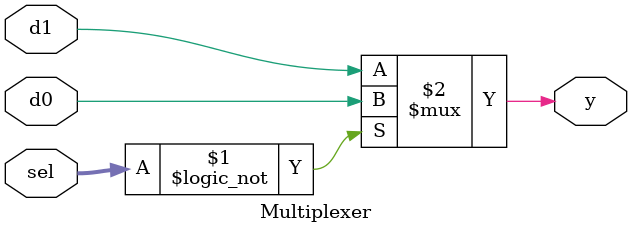
<source format=v>
module Multiplexer(input [1:0] sel, input d0, d1, output y);
  assign y = (sel == 0) ? d0 : d1;
endmodule

</source>
